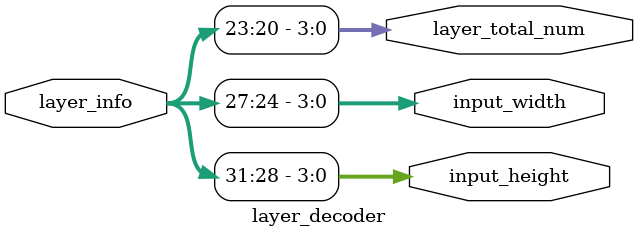
<source format=sv>
`default_nettype none

module layer_decoder(
    input wire [31:0] layer_info,

    output logic [3:0] input_height,
    output logic [3:0] input_width,
    output logic [3:0] layer_total_num
);

    always_comb begin
        input_height = layer_info[31:28];
        input_width = layer_info[27:24];
        layer_total_num = layer_info[23:20];
    end

endmodule

`default_nettype wire
</source>
